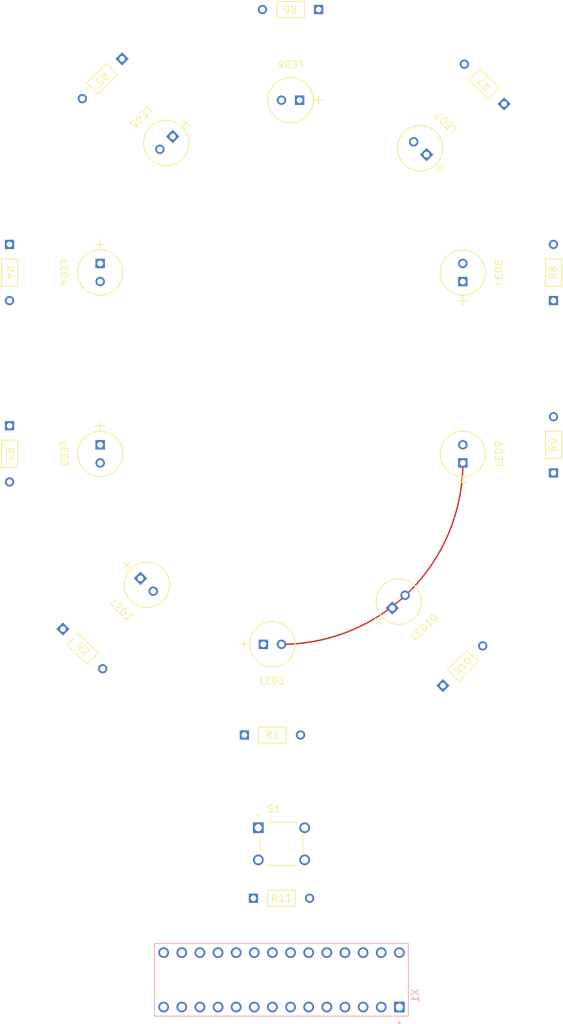
<source format=kicad_pcb>
(kicad_pcb (version 20221018) (generator pcbnew)
  (layers (0 "F.Cu" signal) (31 "B.Cu" signal) (34 "B.Paste" user) (35 "F.Paste" user) (36 "B.SilkS" user "B.Silkscreen") (37 "F.SilkS" user "F.Silkscreen") (38 "B.Mask" user) (39 "F.Mask" user) (44 "Edge.Cuts" user))
  (net 0 "")
  (net 1 "GND")
  (net 2 "Net-(LED1-Pad2)")
  (net 3 "Net-(LED2-Pad2)")
  (net 4 "Net-(LED3-Pad2)")
  (net 5 "Net-(LED4-Pad2)")
  (net 6 "Net-(LED5-Pad2)")
  (net 7 "Net-(LED6-Pad2)")
  (net 8 "Net-(LED7-Pad2)")
  (net 9 "Net-(LED8-Pad2)")
  (net 10 "Net-(LED9-Pad2)")
  (net 11 "Net-(LED10-Pad2)")
  (net 12 "Net-(R1-Pad1)")
  (net 13 "Net-(R2-Pad1)")
  (net 14 "Net-(R3-Pad1)")
  (net 15 "Net-(R4-Pad1)")
  (net 16 "Net-(R5-Pad1)")
  (net 17 "Net-(R6-Pad1)")
  (net 18 "Net-(R7-Pad1)")
  (net 19 "Net-(R8-Pad1)")
  (net 20 "Net-(R9-Pad1)")
  (net 21 "Net-(R10-Pad1)")
  (net 22 "Net-(R11-Pad1)")
  (net 23 "Net-(S1-Pad1)")
  (net 25 "Net-(S1-Pad4)")
  (footprint "CF18JT200R:STA_CF18_STP" (layer "F.Cu") (at 94.325086 37.213378 -135)
    (fp_text reference "R5" (at 3.937 0 -135 unlocked) (layer "F.SilkS"))
    (fp_text value "CF18JT200R")
    (fp_line (start 2.0066 -1.1303) (end 2.0066 1.1303) (stroke (width 0.1524)) (layer "F.SilkS"))
    (fp_line (start 2.0066 1.1303) (end 5.8674 1.1303) (stroke (width 0.1524)) (layer "F.SilkS"))
    (fp_line (start 5.8674 -1.1303) (end 2.0066 -1.1303) (stroke (width 0.1524)) (layer "F.SilkS"))
    (fp_line (start 5.8674 1.1303) (end 5.8674 -1.1303) (stroke (width 0.1524)) (layer "F.SilkS"))
    (pad "1" thru_hole rect (at 0 0 225) (size 1.2954 1.2954) (drill 0.7874) (layers "*.Cu" "*.Mask") (net 16 "Net-(R5-Pad1)"))
    (pad "2" thru_hole circle (at 7.874 0 225) (size 1.2954 1.2954) (drill 0.7874) (layers "*.Cu" "*.Mask") (net 6 "Net-(LED5-Pad2)"))
  )
  (footprint "CF18JT200R:STA_CF18_STP" (layer "F.Cu") (at 112.722488 154.759488)
    (fp_text reference "R11" (at 3.937 0 unlocked) (layer "F.SilkS"))
    (fp_text value "CF18JT200R")
    (fp_line (start 2.0066 -1.1303) (end 2.0066 1.1303) (stroke (width 0.1524)) (layer "F.SilkS"))
    (fp_line (start 2.0066 1.1303) (end 5.8674 1.1303) (stroke (width 0.1524)) (layer "F.SilkS"))
    (fp_line (start 5.8674 -1.1303) (end 2.0066 -1.1303) (stroke (width 0.1524)) (layer "F.SilkS"))
    (fp_line (start 5.8674 1.1303) (end 5.8674 -1.1303) (stroke (width 0.1524)) (layer "F.SilkS"))
    (pad "1" thru_hole rect (at 0 0) (size 1.2954 1.2954) (drill 0.7874) (layers "*.Cu" "*.Mask") (net 22 "Net-(R11-Pad1)"))
    (pad "2" thru_hole circle (at 7.874 0) (size 1.2954 1.2954) (drill 0.7874) (layers "*.Cu" "*.Mask") (net 1 "GND"))
  )
  (footprint "HLMP_4700:LED_HLMP-47XX_BRA" (layer "F.Cu") (at 96.902925 109.963949 -45)
    (fp_text reference "LED2" (at 1.27 5.08 -45 unlocked) (layer "F.SilkS"))
    (fp_text value "HLMP-4700")
    (fp_line (start -3.302 0) (end -2.032 0) (stroke (width 0.1524)) (layer "F.SilkS"))
    (fp_line (start -2.667 -0.635) (end -2.667 0.635) (stroke (width 0.1524)) (layer "F.SilkS"))
    (fp_circle (center 1.27 0) (end 4.445 0) (stroke (width 0.1524)) (fill none) (layer "F.SilkS"))
    (pad "1" thru_hole rect (at 0 0 315) (size 1.3208 1.3208) (drill 0.8128) (layers "*.Cu" "*.Mask") (net 1 "GND"))
    (pad "2" thru_hole circle (at 2.54 0 315) (size 1.3208 1.3208) (drill 0.8128) (layers "*.Cu" "*.Mask") (net 3 "Net-(LED2-Pad2)"))
  )
  (footprint "CF18JT200R:STA_CF18_STP" (layer "F.Cu") (at 154.759488 71.066488 90)
    (fp_text reference "R8" (at 3.937 0 90 unlocked) (layer "F.SilkS"))
    (fp_text value "CF18JT200R")
    (fp_line (start 2.0066 -1.1303) (end 2.0066 1.1303) (stroke (width 0.1524)) (layer "F.SilkS"))
    (fp_line (start 2.0066 1.1303) (end 5.8674 1.1303) (stroke (width 0.1524)) (layer "F.SilkS"))
    (fp_line (start 5.8674 -1.1303) (end 2.0066 -1.1303) (stroke (width 0.1524)) (layer "F.SilkS"))
    (fp_line (start 5.8674 1.1303) (end 5.8674 -1.1303) (stroke (width 0.1524)) (layer "F.SilkS"))
    (pad "1" thru_hole rect (at 0 0 90) (size 1.2954 1.2954) (drill 0.7874) (layers "*.Cu" "*.Mask") (net 19 "Net-(R8-Pad1)"))
    (pad "2" thru_hole circle (at 7.874 0 90) (size 1.2954 1.2954) (drill 0.7874) (layers "*.Cu" "*.Mask") (net 9 "Net-(LED8-Pad2)"))
  )
  (footprint "HLMP_4700:LED_HLMP-47XX_BRA" (layer "F.Cu") (at 142.059488 93.799488 90)
    (fp_text reference "LED9" (at 1.27 5.08 90 unlocked) (layer "F.SilkS"))
    (fp_text value "HLMP-4700")
    (fp_line (start -3.302 0) (end -2.032 0) (stroke (width 0.1524)) (layer "F.SilkS"))
    (fp_line (start -2.667 -0.635) (end -2.667 0.635) (stroke (width 0.1524)) (layer "F.SilkS"))
    (fp_circle (center 1.27 0) (end 4.445 0) (stroke (width 0.1524)) (fill none) (layer "F.SilkS"))
    (pad "1" thru_hole rect (at 0 0 90) (size 1.3208 1.3208) (drill 0.8128) (layers "*.Cu" "*.Mask") (net 1 "GND"))
    (pad "2" thru_hole circle (at 2.54 0 90) (size 1.3208 1.3208) (drill 0.8128) (layers "*.Cu" "*.Mask") (net 10 "Net-(LED9-Pad2)"))
  )
  (footprint "CF18JT200R:STA_CF18_STP" (layer "F.Cu") (at 121.866488 30.299488 180)
    (fp_text reference "R6" (at 3.937 0 180 unlocked) (layer "F.SilkS"))
    (fp_text value "CF18JT200R")
    (fp_line (start 2.0066 -1.1303) (end 2.0066 1.1303) (stroke (width 0.1524)) (layer "F.SilkS"))
    (fp_line (start 2.0066 1.1303) (end 5.8674 1.1303) (stroke (width 0.1524)) (layer "F.SilkS"))
    (fp_line (start 5.8674 -1.1303) (end 2.0066 -1.1303) (stroke (width 0.1524)) (layer "F.SilkS"))
    (fp_line (start 5.8674 1.1303) (end 5.8674 -1.1303) (stroke (width 0.1524)) (layer "F.SilkS"))
    (pad "1" thru_hole rect (at 0 0 180) (size 1.2954 1.2954) (drill 0.7874) (layers "*.Cu" "*.Mask") (net 17 "Net-(R6-Pad1)"))
    (pad "2" thru_hole circle (at 7.874 0 180) (size 1.2954 1.2954) (drill 0.7874) (layers "*.Cu" "*.Mask") (net 7 "Net-(LED6-Pad2)"))
  )
  (footprint "TS02:SW_TS02-66-60-BK-160-LCR-D" (layer "F.Cu") (at 116.659488 147.139488)
    (fp_text reference "S1" (at -1.079 -4.889) (layer "F.SilkS"))
    (fp_text value "TS02-66-60-BK-160-LCR-D")
    (fp_line (start -3 -1.176) (end -3 1.176) (stroke (width 0.127)) (layer "F.SilkS"))
    (fp_line (start -2.176 -3) (end 2.176 -3) (stroke (width 0.127)) (layer "F.SilkS"))
    (fp_line (start -2.176 3) (end 2.176 3) (stroke (width 0.127)) (layer "F.SilkS"))
    (fp_line (start 3 -1.176) (end 3 1.176) (stroke (width 0.127)) (layer "F.SilkS"))
    (fp_circle (center -3.25 -4.004) (end -3.15 -4.004) (stroke (width 0.2)) (fill none) (layer "F.SilkS"))
    (pad "1" thru_hole rect (at -3.25 -2.25) (size 1.508 1.508) (drill 1) (layers "*.Cu" "*.Mask") (net 23 "Net-(S1-Pad1)"))
    (pad "2" thru_hole circle (at 3.25 -2.25) (size 1.508 1.508) (drill 1) (layers "*.Cu" "*.Mask"))
    (pad "3" thru_hole circle (at -3.25 2.25) (size 1.508 1.508) (drill 1) (layers "*.Cu" "*.Mask") (net 22 "Net-(R11-Pad1)"))
    (pad "4" thru_hole circle (at 3.25 2.25) (size 1.508 1.508) (drill 1) (layers "*.Cu" "*.Mask") (net 25 "Net-(S1-Pad4)"))
  )
  (footprint "CF18JT200R:STA_CF18_STP" (layer "F.Cu") (at 154.759488 95.196488 90)
    (fp_text reference "R9" (at 3.937 0 90 unlocked) (layer "F.SilkS"))
    (fp_text value "CF18JT200R")
    (fp_line (start 2.0066 -1.1303) (end 2.0066 1.1303) (stroke (width 0.1524)) (layer "F.SilkS"))
    (fp_line (start 2.0066 1.1303) (end 5.8674 1.1303) (stroke (width 0.1524)) (layer "F.SilkS"))
    (fp_line (start 5.8674 -1.1303) (end 2.0066 -1.1303) (stroke (width 0.1524)) (layer "F.SilkS"))
    (fp_line (start 5.8674 1.1303) (end 5.8674 -1.1303) (stroke (width 0.1524)) (layer "F.SilkS"))
    (pad "1" thru_hole rect (at 0 0 90) (size 1.2954 1.2954) (drill 0.7874) (layers "*.Cu" "*.Mask") (net 20 "Net-(R9-Pad1)"))
    (pad "2" thru_hole circle (at 7.874 0 90) (size 1.2954 1.2954) (drill 0.7874) (layers "*.Cu" "*.Mask") (net 10 "Net-(LED9-Pad2)"))
  )
  (footprint "CF18JT200R:STA_CF18_STP" (layer "F.Cu") (at 111.452488 131.899488)
    (fp_text reference "R1" (at 3.937 0 unlocked) (layer "F.SilkS"))
    (fp_text value "CF18JT200R")
    (fp_line (start 2.0066 -1.1303) (end 2.0066 1.1303) (stroke (width 0.1524)) (layer "F.SilkS"))
    (fp_line (start 2.0066 1.1303) (end 5.8674 1.1303) (stroke (width 0.1524)) (layer "F.SilkS"))
    (fp_line (start 5.8674 -1.1303) (end 2.0066 -1.1303) (stroke (width 0.1524)) (layer "F.SilkS"))
    (fp_line (start 5.8674 1.1303) (end 5.8674 -1.1303) (stroke (width 0.1524)) (layer "F.SilkS"))
    (pad "1" thru_hole rect (at 0 0) (size 1.2954 1.2954) (drill 0.7874) (layers "*.Cu" "*.Mask") (net 12 "Net-(R1-Pad1)"))
    (pad "2" thru_hole circle (at 7.874 0) (size 1.2954 1.2954) (drill 0.7874) (layers "*.Cu" "*.Mask") (net 2 "Net-(LED1-Pad2)"))
  )
  (footprint "HLMP_4700:LED_HLMP-47XX_BRA" (layer "F.Cu") (at 136.979488 50.619488 135)
    (fp_text reference "LED7" (at 1.27 5.08 135 unlocked) (layer "F.SilkS"))
    (fp_text value "HLMP-4700")
    (fp_line (start -3.302 0) (end -2.032 0) (stroke (width 0.1524)) (layer "F.SilkS"))
    (fp_line (start -2.667 -0.635) (end -2.667 0.635) (stroke (width 0.1524)) (layer "F.SilkS"))
    (fp_circle (center 1.27 0) (end 4.445 0) (stroke (width 0.1524)) (fill none) (layer "F.SilkS"))
    (pad "1" thru_hole rect (at 0 0 135) (size 1.3208 1.3208) (drill 0.8128) (layers "*.Cu" "*.Mask") (net 1 "GND"))
    (pad "2" thru_hole circle (at 2.54 0 135) (size 1.3208 1.3208) (drill 0.8128) (layers "*.Cu" "*.Mask") (net 8 "Net-(LED7-Pad2)"))
  )
  (footprint "CF18JT200R:STA_CF18_STP" (layer "F.Cu") (at 78.559488 88.592488 -90)
    (fp_text reference "R3" (at 3.937 0 -90 unlocked) (layer "F.SilkS"))
    (fp_text value "CF18JT200R")
    (fp_line (start 2.0066 -1.1303) (end 2.0066 1.1303) (stroke (width 0.1524)) (layer "F.SilkS"))
    (fp_line (start 2.0066 1.1303) (end 5.8674 1.1303) (stroke (width 0.1524)) (layer "F.SilkS"))
    (fp_line (start 5.8674 -1.1303) (end 2.0066 -1.1303) (stroke (width 0.1524)) (layer "F.SilkS"))
    (fp_line (start 5.8674 1.1303) (end 5.8674 -1.1303) (stroke (width 0.1524)) (layer "F.SilkS"))
    (pad "1" thru_hole rect (at 0 0 270) (size 1.2954 1.2954) (drill 0.7874) (layers "*.Cu" "*.Mask") (net 14 "Net-(R3-Pad1)"))
    (pad "2" thru_hole circle (at 7.874 0 270) (size 1.2954 1.2954) (drill 0.7874) (layers "*.Cu" "*.Mask") (net 4 "Net-(LED3-Pad2)"))
  )
  (footprint "CF18JT200R:STA_CF18_STP" (layer "F.Cu") (at 86.036815 117.058351 -45)
    (fp_text reference "R2" (at 3.937 0 -45 unlocked) (layer "F.SilkS"))
    (fp_text value "CF18JT200R")
    (fp_line (start 2.0066 -1.1303) (end 2.0066 1.1303) (stroke (width 0.1524)) (layer "F.SilkS"))
    (fp_line (start 2.0066 1.1303) (end 5.8674 1.1303) (stroke (width 0.1524)) (layer "F.SilkS"))
    (fp_line (start 5.8674 -1.1303) (end 2.0066 -1.1303) (stroke (width 0.1524)) (layer "F.SilkS"))
    (fp_line (start 5.8674 1.1303) (end 5.8674 -1.1303) (stroke (width 0.1524)) (layer "F.SilkS"))
    (pad "1" thru_hole rect (at 0 0 315) (size 1.2954 1.2954) (drill 0.7874) (layers "*.Cu" "*.Mask") (net 13 "Net-(R2-Pad1)"))
    (pad "2" thru_hole circle (at 7.874 0 315) (size 1.2954 1.2954) (drill 0.7874) (layers "*.Cu" "*.Mask") (net 3 "Net-(LED2-Pad2)"))
  )
  (footprint "HLMP_4700:LED_HLMP-47XX_BRA" (layer "F.Cu") (at 132.181207 114.119488 45)
    (fp_text reference "LED10" (at 1.27 5.08 45 unlocked) (layer "F.SilkS"))
    (fp_text value "HLMP-4700")
    (fp_line (start -3.302 0) (end -2.032 0) (stroke (width 0.1524)) (layer "F.SilkS"))
    (fp_line (start -2.667 -0.635) (end -2.667 0.635) (stroke (width 0.1524)) (layer "F.SilkS"))
    (fp_circle (center 1.27 0) (end 4.445 0) (stroke (width 0.1524)) (fill none) (layer "F.SilkS"))
    (pad "1" thru_hole rect (at 0 0 45) (size 1.3208 1.3208) (drill 0.8128) (layers "*.Cu" "*.Mask") (net 1 "GND"))
    (pad "2" thru_hole circle (at 2.54 0 45) (size 1.3208 1.3208) (drill 0.8128) (layers "*.Cu" "*.Mask") (net 11 "Net-(LED10-Pad2)"))
  )
  (footprint "HLMP_4700:LED_HLMP-47XX_BRA" (layer "F.Cu") (at 91.259488 91.259488 -90)
    (fp_text reference "LED3" (at 1.27 5.08 -90 unlocked) (layer "F.SilkS"))
    (fp_text value "HLMP-4700")
    (fp_line (start -3.302 0) (end -2.032 0) (stroke (width 0.1524)) (layer "F.SilkS"))
    (fp_line (start -2.667 -0.635) (end -2.667 0.635) (stroke (width 0.1524)) (layer "F.SilkS"))
    (fp_circle (center 1.27 0) (end 4.445 0) (stroke (width 0.1524)) (fill none) (layer "F.SilkS"))
    (pad "1" thru_hole rect (at 0 0 270) (size 1.3208 1.3208) (drill 0.8128) (layers "*.Cu" "*.Mask") (net 1 "GND"))
    (pad "2" thru_hole circle (at 2.54 0 270) (size 1.3208 1.3208) (drill 0.8128) (layers "*.Cu" "*.Mask") (net 4 "Net-(LED3-Pad2)"))
  )
  (footprint "CF18JT200R:STA_CF18_STP" (layer "F.Cu") (at 78.559488 63.192488 -90)
    (fp_text reference "R4" (at 3.937 0 -90 unlocked) (layer "F.SilkS"))
    (fp_text value "CF18JT200R")
    (fp_line (start 2.0066 -1.1303) (end 2.0066 1.1303) (stroke (width 0.1524)) (layer "F.SilkS"))
    (fp_line (start 2.0066 1.1303) (end 5.8674 1.1303) (stroke (width 0.1524)) (layer "F.SilkS"))
    (fp_line (start 5.8674 -1.1303) (end 2.0066 -1.1303) (stroke (width 0.1524)) (layer "F.SilkS"))
    (fp_line (start 5.8674 1.1303) (end 5.8674 -1.1303) (stroke (width 0.1524)) (layer "F.SilkS"))
    (pad "1" thru_hole rect (at 0 0 270) (size 1.2954 1.2954) (drill 0.7874) (layers "*.Cu" "*.Mask") (net 15 "Net-(R4-Pad1)"))
    (pad "2" thru_hole circle (at 7.874 0 270) (size 1.2954 1.2954) (drill 0.7874) (layers "*.Cu" "*.Mask") (net 5 "Net-(LED4-Pad2)"))
  )
  (footprint "HLMP_4700:LED_HLMP-47XX_BRA" (layer "F.Cu") (at 101.419488 48.079488 -135)
    (fp_text reference "LED5" (at 1.27 5.08 -135 unlocked) (layer "F.SilkS"))
    (fp_text value "HLMP-4700")
    (fp_line (start -3.302 0) (end -2.032 0) (stroke (width 0.1524)) (layer "F.SilkS"))
    (fp_line (start -2.667 -0.635) (end -2.667 0.635) (stroke (width 0.1524)) (layer "F.SilkS"))
    (fp_circle (center 1.27 0) (end 4.445 0) (stroke (width 0.1524)) (fill none) (layer "F.SilkS"))
    (pad "1" thru_hole rect (at 0 0 225) (size 1.3208 1.3208) (drill 0.8128) (layers "*.Cu" "*.Mask") (net 1 "GND"))
    (pad "2" thru_hole circle (at 2.54 0 225) (size 1.3208 1.3208) (drill 0.8128) (layers "*.Cu" "*.Mask") (net 6 "Net-(LED5-Pad2)"))
  )
  (footprint "HLMP_4700:LED_HLMP-47XX_BRA" (layer "F.Cu") (at 114.119488 119.199488)
    (fp_text reference "LED1" (at 1.27 5.08 unlocked) (layer "F.SilkS"))
    (fp_text value "HLMP-4700")
    (fp_line (start -3.302 0) (end -2.032 0) (stroke (width 0.1524)) (layer "F.SilkS"))
    (fp_line (start -2.667 -0.635) (end -2.667 0.635) (stroke (width 0.1524)) (layer "F.SilkS"))
    (fp_circle (center 1.27 0) (end 4.445 0) (stroke (width 0.1524)) (fill none) (layer "F.SilkS"))
    (pad "1" thru_hole rect (at 0 0) (size 1.3208 1.3208) (drill 0.8128) (layers "*.Cu" "*.Mask") (net 1 "GND"))
    (pad "2" thru_hole circle (at 2.54 0) (size 1.3208 1.3208) (drill 0.8128) (layers "*.Cu" "*.Mask") (net 2 "Net-(LED1-Pad2)"))
  )
  (footprint "HLMP_4700:LED_HLMP-47XX_BRA" (layer "F.Cu") (at 142.059488 68.399488 90)
    (fp_text reference "LED8" (at 1.27 5.08 90 unlocked) (layer "F.SilkS"))
    (fp_text value "HLMP-4700")
    (fp_line (start -3.302 0) (end -2.032 0) (stroke (width 0.1524)) (layer "F.SilkS"))
    (fp_line (start -2.667 -0.635) (end -2.667 0.635) (stroke (width 0.1524)) (layer "F.SilkS"))
    (fp_circle (center 1.27 0) (end 4.445 0) (stroke (width 0.1524)) (fill none) (layer "F.SilkS"))
    (pad "1" thru_hole rect (at 0 0 90) (size 1.3208 1.3208) (drill 0.8128) (layers "*.Cu" "*.Mask") (net 1 "GND"))
    (pad "2" thru_hole circle (at 2.54 0 90) (size 1.3208 1.3208) (drill 0.8128) (layers "*.Cu" "*.Mask") (net 9 "Net-(LED8-Pad2)"))
  )
  (footprint "CF18JT200R:STA_CF18_STP" (layer "F.Cu") (at 139.275609 124.985598 45)
    (fp_text reference "R10" (at 3.937 0 45 unlocked) (layer "F.SilkS"))
    (fp_text value "CF18JT200R")
    (fp_line (start 2.0066 -1.1303) (end 2.0066 1.1303) (stroke (width 0.1524)) (layer "F.SilkS"))
    (fp_line (start 2.0066 1.1303) (end 5.8674 1.1303) (stroke (width 0.1524)) (layer "F.SilkS"))
    (fp_line (start 5.8674 -1.1303) (end 2.0066 -1.1303) (stroke (width 0.1524)) (layer "F.SilkS"))
    (fp_line (start 5.8674 1.1303) (end 5.8674 -1.1303) (stroke (width 0.1524)) (layer "F.SilkS"))
    (pad "1" thru_hole rect (at 0 0 45) (size 1.2954 1.2954) (drill 0.7874) (layers "*.Cu" "*.Mask") (net 21 "Net-(R10-Pad1)"))
    (pad "2" thru_hole circle (at 7.874 0 45) (size 1.2954 1.2954) (drill 0.7874) (layers "*.Cu" "*.Mask") (net 11 "Net-(LED10-Pad2)"))
  )
  (footprint "CF18JT200R:STA_CF18_STP" (layer "F.Cu") (at 147.845598 43.525086 135)
    (fp_text reference "R7" (at 3.937 0 135 unlocked) (layer "F.SilkS"))
    (fp_text value "CF18JT200R")
    (fp_line (start 2.0066 -1.1303) (end 2.0066 1.1303) (stroke (width 0.1524)) (layer "F.SilkS"))
    (fp_line (start 2.0066 1.1303) (end 5.8674 1.1303) (stroke (width 0.1524)) (layer "F.SilkS"))
    (fp_line (start 5.8674 -1.1303) (end 2.0066 -1.1303) (stroke (width 0.1524)) (layer "F.SilkS"))
    (fp_line (start 5.8674 1.1303) (end 5.8674 -1.1303) (stroke (width 0.1524)) (layer "F.SilkS"))
    (pad "1" thru_hole rect (at 0 0 135) (size 1.2954 1.2954) (drill 0.7874) (layers "*.Cu" "*.Mask") (net 18 "Net-(R7-Pad1)"))
    (pad "2" thru_hole circle (at 7.874 0 135) (size 1.2954 1.2954) (drill 0.7874) (layers "*.Cu" "*.Mask") (net 8 "Net-(LED7-Pad2)"))
  )
  (footprint "HLMP_4700:LED_HLMP-47XX_BRA" (layer "F.Cu") (at 91.259488 65.859488 -90)
    (fp_text reference "LED4" (at 1.27 5.08 -90 unlocked) (layer "F.SilkS"))
    (fp_text value "HLMP-4700")
    (fp_line (start -3.302 0) (end -2.032 0) (stroke (width 0.1524)) (layer "F.SilkS"))
    (fp_line (start -2.667 -0.635) (end -2.667 0.635) (stroke (width 0.1524)) (layer "F.SilkS"))
    (fp_circle (center 1.27 0) (end 4.445 0) (stroke (width 0.1524)) (fill none) (layer "F.SilkS"))
    (pad "1" thru_hole rect (at 0 0 270) (size 1.3208 1.3208) (drill 0.8128) (layers "*.Cu" "*.Mask") (net 1 "GND"))
    (pad "2" thru_hole circle (at 2.54 0 270) (size 1.3208 1.3208) (drill 0.8128) (layers "*.Cu" "*.Mask") (net 5 "Net-(LED4-Pad2)"))
  )
  (footprint "HLMP_4700:LED_HLMP-47XX_BRA" (layer "F.Cu") (at 119.199488 42.999488 180)
    (fp_text reference "LED6" (at 1.27 5.08 180 unlocked) (layer "F.SilkS"))
    (fp_text value "HLMP-4700")
    (fp_line (start -3.302 0) (end -2.032 0) (stroke (width 0.1524)) (layer "F.SilkS"))
    (fp_line (start -2.667 -0.635) (end -2.667 0.635) (stroke (width 0.1524)) (layer "F.SilkS"))
    (fp_circle (center 1.27 0) (end 4.445 0) (stroke (width 0.1524)) (fill none) (layer "F.SilkS"))
    (pad "1" thru_hole rect (at 0 0 180) (size 1.3208 1.3208) (drill 0.8128) (layers "*.Cu" "*.Mask") (net 1 "GND"))
    (pad "2" thru_hole circle (at 2.54 0 180) (size 1.3208 1.3208) (drill 0.8128) (layers "*.Cu" "*.Mask") (net 7 "Net-(LED6-Pad2)"))
  )
  (footprint "ED2181DT:OST_ED281DT" (layer "B.Cu") (at 116.659488 166.189488 90)
    (fp_text reference "X1" (at -2.225 18.735 90) (layer "B.SilkS") (effects (justify mirror)))
    (fp_text value "ED281DT")
    (fp_line (start -5.08 -17.78) (end -5.08 17.78) (stroke (width 0.127)) (layer "B.SilkS"))
    (fp_line (start -5.08 17.78) (end 5.08 17.78) (stroke (width 0.127)) (layer "B.SilkS"))
    (fp_line (start 5.08 -17.78) (end -5.08 -17.78) (stroke (width 0.127)) (layer "B.SilkS"))
    (fp_line (start 5.08 17.78) (end 5.08 -17.78) (stroke (width 0.127)) (layer "B.SilkS"))
    (fp_circle (center -6 16.5) (end -5.9 16.5) (stroke (width 0.2)) (fill none) (layer "B.SilkS"))
    (pad "1" thru_hole rect (at -3.81 16.51 90) (size 1.508 1.508) (drill 1) (layers "*.Cu" "*.Mask"))
    (pad "2" thru_hole circle (at -3.81 13.97 90) (size 1.508 1.508) (drill 1) (layers "*.Cu" "*.Mask") (net 12 "Net-(R1-Pad1)"))
    (pad "3" thru_hole circle (at -3.81 11.43 90) (size 1.508 1.508) (drill 1) (layers "*.Cu" "*.Mask"))
    (pad "4" thru_hole circle (at -3.81 8.89 90) (size 1.508 1.508) (drill 1) (layers "*.Cu" "*.Mask"))
    (pad "5" thru_hole circle (at -3.81 6.35 90) (size 1.508 1.508) (drill 1) (layers "*.Cu" "*.Mask") (net 25 "Net-(S1-Pad4)"))
    (pad "6" thru_hole circle (at -3.81 3.81 90) (size 1.508 1.508) (drill 1) (layers "*.Cu" "*.Mask") (net 13 "Net-(R2-Pad1)"))
    (pad "7" thru_hole circle (at -3.81 1.27 90) (size 1.508 1.508) (drill 1) (layers "*.Cu" "*.Mask") (net 23 "Net-(S1-Pad1)"))
    (pad "8" thru_hole circle (at -3.81 -1.27 90) (size 1.508 1.508) (drill 1) (layers "*.Cu" "*.Mask") (net 1 "GND"))
    (pad "9" thru_hole circle (at -3.81 -3.81 90) (size 1.508 1.508) (drill 1) (layers "*.Cu" "*.Mask"))
    (pad "10" thru_hole circle (at -3.81 -6.35 90) (size 1.508 1.508) (drill 1) (layers "*.Cu" "*.Mask"))
    (pad "11" thru_hole circle (at -3.81 -8.89 90) (size 1.508 1.508) (drill 1) (layers "*.Cu" "*.Mask"))
    (pad "12" thru_hole circle (at -3.81 -11.43 90) (size 1.508 1.508) (drill 1) (layers "*.Cu" "*.Mask") (net 14 "Net-(R3-Pad1)"))
    (pad "13" thru_hole circle (at -3.81 -13.97 90) (size 1.508 1.508) (drill 1) (layers "*.Cu" "*.Mask") (net 15 "Net-(R4-Pad1)"))
    (pad "14" thru_hole circle (at -3.81 -16.51 90) (size 1.508 1.508) (drill 1) (layers "*.Cu" "*.Mask") (net 16 "Net-(R5-Pad1)"))
    (pad "15" thru_hole circle (at 3.81 -16.51 90) (size 1.508 1.508) (drill 1) (layers "*.Cu" "*.Mask") (net 17 "Net-(R6-Pad1)"))
    (pad "16" thru_hole circle (at 3.81 -13.97 90) (size 1.508 1.508) (drill 1) (layers "*.Cu" "*.Mask") (net 18 "Net-(R7-Pad1)"))
    (pad "17" thru_hole circle (at 3.81 -11.43 90) (size 1.508 1.508) (drill 1) (layers "*.Cu" "*.Mask") (net 19 "Net-(R8-Pad1)"))
    (pad "18" thru_hole circle (at 3.81 -8.89 90) (size 1.508 1.508) (drill 1) (layers "*.Cu" "*.Mask") (net 20 "Net-(R9-Pad1)"))
    (pad "19" thru_hole circle (at 3.81 -6.35 90) (size 1.508 1.508) (drill 1) (layers "*.Cu" "*.Mask") (net 21 "Net-(R10-Pad1)"))
    (pad "20" thru_hole circle (at 3.81 -3.81 90) (size 1.508 1.508) (drill 1) (layers "*.Cu" "*.Mask"))
    (pad "21" thru_hole circle (at 3.81 -1.27 90) (size 1.508 1.508) (drill 1) (layers "*.Cu" "*.Mask"))
    (pad "22" thru_hole circle (at 3.81 1.27 90) (size 1.508 1.508) (drill 1) (layers "*.Cu" "*.Mask") (net 1 "GND"))
    (pad "23" thru_hole circle (at 3.81 3.81 90) (size 1.508 1.508) (drill 1) (layers "*.Cu" "*.Mask"))
    (pad "24" thru_hole circle (at 3.81 6.35 90) (size 1.508 1.508) (drill 1) (layers "*.Cu" "*.Mask"))
    (pad "25" thru_hole circle (at 3.81 8.89 90) (size 1.508 1.508) (drill 1) (layers "*.Cu" "*.Mask"))
    (pad "26" thru_hole circle (at 3.81 11.43 90) (size 1.508 1.508) (drill 1) (layers "*.Cu" "*.Mask"))
    (pad "27" thru_hole circle (at 3.81 13.97 90) (size 1.508 1.508) (drill 1) (layers "*.Cu" "*.Mask"))
    (pad "28" thru_hole circle (at 3.81 16.51 90) (size 1.508 1.508) (drill 1) (layers "*.Cu" "*.Mask"))
  )
  (gr_arc (start 142.059488 93.799488) (mid 134.62 111.76) (end 116.659488 119.199488) (stroke (width 0.2)) (layer "F.Cu"))
)
</source>
